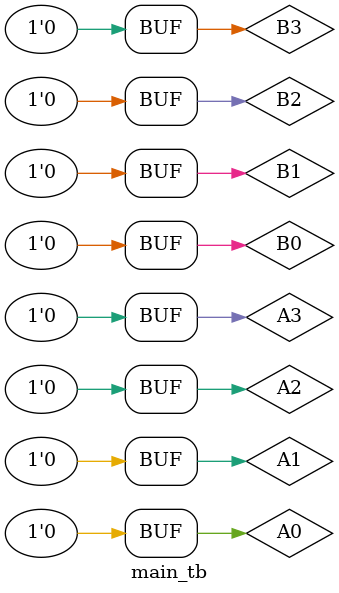
<source format=v>
`timescale 1ns/10ps

module main_tb;

reg A0,A1,A2,A3,B0,B1,B2,B3;
wire P0,P1,P2,P3,P4,P5,P6,CC5;

multiplier multi4 (A0,A1,A2,A3,B0,B1,B2,B3,P0,P1,P2,P3,P4,P5,P6,CC5);

initial
    begin
        $dumpfile("main_tb.vcd");
        $dumpvars(0,main_tb);

        A0=0;
        A1=0;
        A2=0;
        A3=0;
        B0=0;
        B1=0;
        B2=0;
        B3=0;

    end

always @*
    if( (P0==1 || P0 == 0)&& 
        (P1==1 || P1 == 0)&& 
        (P2==1 || P2 == 0)&& 
        (P3==1 || P3 == 0)&& 
        (P4==1 || P4 == 0)&& 
        (P5==1 || P5 == 0)&& 
        (P6==1 || P6 == 0)&& 
       (CC5==1 || CC5 == 0) )
        $display("%b%b%b%b * %b%b%b%b = %b%b%b%b%b%b%b%b\n",A3,A2,A1,A0,B3,B2,B1,B3,CC5,P6,P5,P4,P3,P2,P1,P0);

endmodule

</source>
